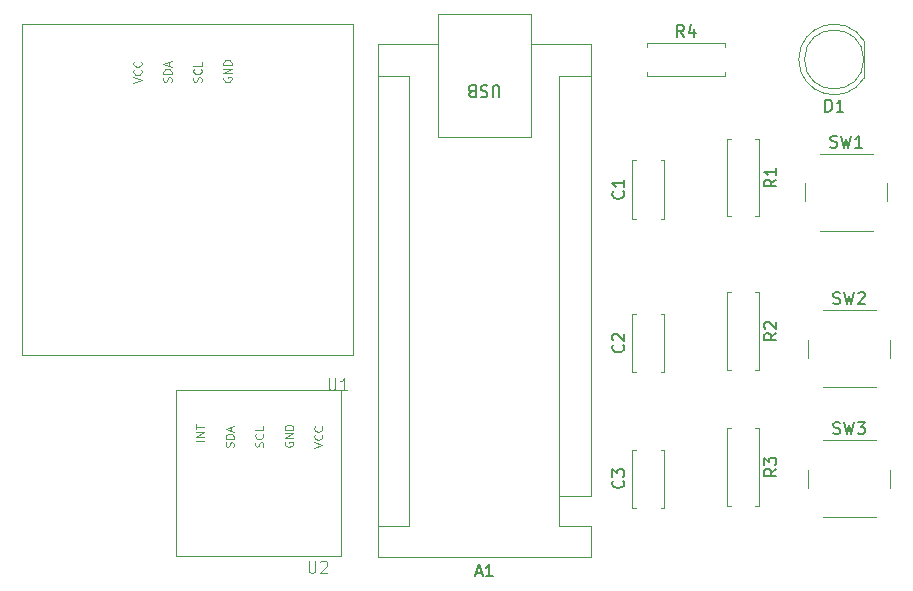
<source format=gbr>
%TF.GenerationSoftware,KiCad,Pcbnew,9.0.1*%
%TF.CreationDate,2025-04-21T23:45:21+05:30*%
%TF.ProjectId,L-1,4c2d312e-6b69-4636-9164-5f7063625858,rev?*%
%TF.SameCoordinates,Original*%
%TF.FileFunction,Legend,Top*%
%TF.FilePolarity,Positive*%
%FSLAX46Y46*%
G04 Gerber Fmt 4.6, Leading zero omitted, Abs format (unit mm)*
G04 Created by KiCad (PCBNEW 9.0.1) date 2025-04-21 23:45:21*
%MOMM*%
%LPD*%
G01*
G04 APERTURE LIST*
%ADD10C,0.150000*%
%ADD11C,0.100000*%
%ADD12C,0.120000*%
G04 APERTURE END LIST*
D10*
X140991905Y-66414819D02*
X140991905Y-65414819D01*
X140991905Y-65414819D02*
X141230000Y-65414819D01*
X141230000Y-65414819D02*
X141372857Y-65462438D01*
X141372857Y-65462438D02*
X141468095Y-65557676D01*
X141468095Y-65557676D02*
X141515714Y-65652914D01*
X141515714Y-65652914D02*
X141563333Y-65843390D01*
X141563333Y-65843390D02*
X141563333Y-65986247D01*
X141563333Y-65986247D02*
X141515714Y-66176723D01*
X141515714Y-66176723D02*
X141468095Y-66271961D01*
X141468095Y-66271961D02*
X141372857Y-66367200D01*
X141372857Y-66367200D02*
X141230000Y-66414819D01*
X141230000Y-66414819D02*
X140991905Y-66414819D01*
X142515714Y-66414819D02*
X141944286Y-66414819D01*
X142230000Y-66414819D02*
X142230000Y-65414819D01*
X142230000Y-65414819D02*
X142134762Y-65557676D01*
X142134762Y-65557676D02*
X142039524Y-65652914D01*
X142039524Y-65652914D02*
X141944286Y-65700533D01*
X123859580Y-86166666D02*
X123907200Y-86214285D01*
X123907200Y-86214285D02*
X123954819Y-86357142D01*
X123954819Y-86357142D02*
X123954819Y-86452380D01*
X123954819Y-86452380D02*
X123907200Y-86595237D01*
X123907200Y-86595237D02*
X123811961Y-86690475D01*
X123811961Y-86690475D02*
X123716723Y-86738094D01*
X123716723Y-86738094D02*
X123526247Y-86785713D01*
X123526247Y-86785713D02*
X123383390Y-86785713D01*
X123383390Y-86785713D02*
X123192914Y-86738094D01*
X123192914Y-86738094D02*
X123097676Y-86690475D01*
X123097676Y-86690475D02*
X123002438Y-86595237D01*
X123002438Y-86595237D02*
X122954819Y-86452380D01*
X122954819Y-86452380D02*
X122954819Y-86357142D01*
X122954819Y-86357142D02*
X123002438Y-86214285D01*
X123002438Y-86214285D02*
X123050057Y-86166666D01*
X123050057Y-85785713D02*
X123002438Y-85738094D01*
X123002438Y-85738094D02*
X122954819Y-85642856D01*
X122954819Y-85642856D02*
X122954819Y-85404761D01*
X122954819Y-85404761D02*
X123002438Y-85309523D01*
X123002438Y-85309523D02*
X123050057Y-85261904D01*
X123050057Y-85261904D02*
X123145295Y-85214285D01*
X123145295Y-85214285D02*
X123240533Y-85214285D01*
X123240533Y-85214285D02*
X123383390Y-85261904D01*
X123383390Y-85261904D02*
X123954819Y-85833332D01*
X123954819Y-85833332D02*
X123954819Y-85214285D01*
D11*
X98938095Y-88967419D02*
X98938095Y-89776942D01*
X98938095Y-89776942D02*
X98985714Y-89872180D01*
X98985714Y-89872180D02*
X99033333Y-89919800D01*
X99033333Y-89919800D02*
X99128571Y-89967419D01*
X99128571Y-89967419D02*
X99319047Y-89967419D01*
X99319047Y-89967419D02*
X99414285Y-89919800D01*
X99414285Y-89919800D02*
X99461904Y-89872180D01*
X99461904Y-89872180D02*
X99509523Y-89776942D01*
X99509523Y-89776942D02*
X99509523Y-88967419D01*
X100509523Y-89967419D02*
X99938095Y-89967419D01*
X100223809Y-89967419D02*
X100223809Y-88967419D01*
X100223809Y-88967419D02*
X100128571Y-89110276D01*
X100128571Y-89110276D02*
X100033333Y-89205514D01*
X100033333Y-89205514D02*
X99938095Y-89253133D01*
X85605800Y-63910877D02*
X85639133Y-63810877D01*
X85639133Y-63810877D02*
X85639133Y-63644211D01*
X85639133Y-63644211D02*
X85605800Y-63577544D01*
X85605800Y-63577544D02*
X85572466Y-63544211D01*
X85572466Y-63544211D02*
X85505800Y-63510877D01*
X85505800Y-63510877D02*
X85439133Y-63510877D01*
X85439133Y-63510877D02*
X85372466Y-63544211D01*
X85372466Y-63544211D02*
X85339133Y-63577544D01*
X85339133Y-63577544D02*
X85305800Y-63644211D01*
X85305800Y-63644211D02*
X85272466Y-63777544D01*
X85272466Y-63777544D02*
X85239133Y-63844211D01*
X85239133Y-63844211D02*
X85205800Y-63877544D01*
X85205800Y-63877544D02*
X85139133Y-63910877D01*
X85139133Y-63910877D02*
X85072466Y-63910877D01*
X85072466Y-63910877D02*
X85005800Y-63877544D01*
X85005800Y-63877544D02*
X84972466Y-63844211D01*
X84972466Y-63844211D02*
X84939133Y-63777544D01*
X84939133Y-63777544D02*
X84939133Y-63610877D01*
X84939133Y-63610877D02*
X84972466Y-63510877D01*
X85639133Y-63210877D02*
X84939133Y-63210877D01*
X84939133Y-63210877D02*
X84939133Y-63044210D01*
X84939133Y-63044210D02*
X84972466Y-62944210D01*
X84972466Y-62944210D02*
X85039133Y-62877544D01*
X85039133Y-62877544D02*
X85105800Y-62844210D01*
X85105800Y-62844210D02*
X85239133Y-62810877D01*
X85239133Y-62810877D02*
X85339133Y-62810877D01*
X85339133Y-62810877D02*
X85472466Y-62844210D01*
X85472466Y-62844210D02*
X85539133Y-62877544D01*
X85539133Y-62877544D02*
X85605800Y-62944210D01*
X85605800Y-62944210D02*
X85639133Y-63044210D01*
X85639133Y-63044210D02*
X85639133Y-63210877D01*
X85439133Y-62544210D02*
X85439133Y-62210877D01*
X85639133Y-62610877D02*
X84939133Y-62377544D01*
X84939133Y-62377544D02*
X85639133Y-62144210D01*
X90052466Y-63510877D02*
X90019133Y-63577544D01*
X90019133Y-63577544D02*
X90019133Y-63677544D01*
X90019133Y-63677544D02*
X90052466Y-63777544D01*
X90052466Y-63777544D02*
X90119133Y-63844211D01*
X90119133Y-63844211D02*
X90185800Y-63877544D01*
X90185800Y-63877544D02*
X90319133Y-63910877D01*
X90319133Y-63910877D02*
X90419133Y-63910877D01*
X90419133Y-63910877D02*
X90552466Y-63877544D01*
X90552466Y-63877544D02*
X90619133Y-63844211D01*
X90619133Y-63844211D02*
X90685800Y-63777544D01*
X90685800Y-63777544D02*
X90719133Y-63677544D01*
X90719133Y-63677544D02*
X90719133Y-63610877D01*
X90719133Y-63610877D02*
X90685800Y-63510877D01*
X90685800Y-63510877D02*
X90652466Y-63477544D01*
X90652466Y-63477544D02*
X90419133Y-63477544D01*
X90419133Y-63477544D02*
X90419133Y-63610877D01*
X90719133Y-63177544D02*
X90019133Y-63177544D01*
X90019133Y-63177544D02*
X90719133Y-62777544D01*
X90719133Y-62777544D02*
X90019133Y-62777544D01*
X90719133Y-62444211D02*
X90019133Y-62444211D01*
X90019133Y-62444211D02*
X90019133Y-62277544D01*
X90019133Y-62277544D02*
X90052466Y-62177544D01*
X90052466Y-62177544D02*
X90119133Y-62110878D01*
X90119133Y-62110878D02*
X90185800Y-62077544D01*
X90185800Y-62077544D02*
X90319133Y-62044211D01*
X90319133Y-62044211D02*
X90419133Y-62044211D01*
X90419133Y-62044211D02*
X90552466Y-62077544D01*
X90552466Y-62077544D02*
X90619133Y-62110878D01*
X90619133Y-62110878D02*
X90685800Y-62177544D01*
X90685800Y-62177544D02*
X90719133Y-62277544D01*
X90719133Y-62277544D02*
X90719133Y-62444211D01*
X82399133Y-63977544D02*
X83099133Y-63744211D01*
X83099133Y-63744211D02*
X82399133Y-63510877D01*
X83032466Y-62877544D02*
X83065800Y-62910877D01*
X83065800Y-62910877D02*
X83099133Y-63010877D01*
X83099133Y-63010877D02*
X83099133Y-63077544D01*
X83099133Y-63077544D02*
X83065800Y-63177544D01*
X83065800Y-63177544D02*
X82999133Y-63244211D01*
X82999133Y-63244211D02*
X82932466Y-63277544D01*
X82932466Y-63277544D02*
X82799133Y-63310877D01*
X82799133Y-63310877D02*
X82699133Y-63310877D01*
X82699133Y-63310877D02*
X82565800Y-63277544D01*
X82565800Y-63277544D02*
X82499133Y-63244211D01*
X82499133Y-63244211D02*
X82432466Y-63177544D01*
X82432466Y-63177544D02*
X82399133Y-63077544D01*
X82399133Y-63077544D02*
X82399133Y-63010877D01*
X82399133Y-63010877D02*
X82432466Y-62910877D01*
X82432466Y-62910877D02*
X82465800Y-62877544D01*
X83032466Y-62177544D02*
X83065800Y-62210877D01*
X83065800Y-62210877D02*
X83099133Y-62310877D01*
X83099133Y-62310877D02*
X83099133Y-62377544D01*
X83099133Y-62377544D02*
X83065800Y-62477544D01*
X83065800Y-62477544D02*
X82999133Y-62544211D01*
X82999133Y-62544211D02*
X82932466Y-62577544D01*
X82932466Y-62577544D02*
X82799133Y-62610877D01*
X82799133Y-62610877D02*
X82699133Y-62610877D01*
X82699133Y-62610877D02*
X82565800Y-62577544D01*
X82565800Y-62577544D02*
X82499133Y-62544211D01*
X82499133Y-62544211D02*
X82432466Y-62477544D01*
X82432466Y-62477544D02*
X82399133Y-62377544D01*
X82399133Y-62377544D02*
X82399133Y-62310877D01*
X82399133Y-62310877D02*
X82432466Y-62210877D01*
X82432466Y-62210877D02*
X82465800Y-62177544D01*
X88145800Y-63910877D02*
X88179133Y-63810877D01*
X88179133Y-63810877D02*
X88179133Y-63644211D01*
X88179133Y-63644211D02*
X88145800Y-63577544D01*
X88145800Y-63577544D02*
X88112466Y-63544211D01*
X88112466Y-63544211D02*
X88045800Y-63510877D01*
X88045800Y-63510877D02*
X87979133Y-63510877D01*
X87979133Y-63510877D02*
X87912466Y-63544211D01*
X87912466Y-63544211D02*
X87879133Y-63577544D01*
X87879133Y-63577544D02*
X87845800Y-63644211D01*
X87845800Y-63644211D02*
X87812466Y-63777544D01*
X87812466Y-63777544D02*
X87779133Y-63844211D01*
X87779133Y-63844211D02*
X87745800Y-63877544D01*
X87745800Y-63877544D02*
X87679133Y-63910877D01*
X87679133Y-63910877D02*
X87612466Y-63910877D01*
X87612466Y-63910877D02*
X87545800Y-63877544D01*
X87545800Y-63877544D02*
X87512466Y-63844211D01*
X87512466Y-63844211D02*
X87479133Y-63777544D01*
X87479133Y-63777544D02*
X87479133Y-63610877D01*
X87479133Y-63610877D02*
X87512466Y-63510877D01*
X88112466Y-62810877D02*
X88145800Y-62844210D01*
X88145800Y-62844210D02*
X88179133Y-62944210D01*
X88179133Y-62944210D02*
X88179133Y-63010877D01*
X88179133Y-63010877D02*
X88145800Y-63110877D01*
X88145800Y-63110877D02*
X88079133Y-63177544D01*
X88079133Y-63177544D02*
X88012466Y-63210877D01*
X88012466Y-63210877D02*
X87879133Y-63244210D01*
X87879133Y-63244210D02*
X87779133Y-63244210D01*
X87779133Y-63244210D02*
X87645800Y-63210877D01*
X87645800Y-63210877D02*
X87579133Y-63177544D01*
X87579133Y-63177544D02*
X87512466Y-63110877D01*
X87512466Y-63110877D02*
X87479133Y-63010877D01*
X87479133Y-63010877D02*
X87479133Y-62944210D01*
X87479133Y-62944210D02*
X87512466Y-62844210D01*
X87512466Y-62844210D02*
X87545800Y-62810877D01*
X88179133Y-62177544D02*
X88179133Y-62510877D01*
X88179133Y-62510877D02*
X87479133Y-62510877D01*
X97238095Y-104457419D02*
X97238095Y-105266942D01*
X97238095Y-105266942D02*
X97285714Y-105362180D01*
X97285714Y-105362180D02*
X97333333Y-105409800D01*
X97333333Y-105409800D02*
X97428571Y-105457419D01*
X97428571Y-105457419D02*
X97619047Y-105457419D01*
X97619047Y-105457419D02*
X97714285Y-105409800D01*
X97714285Y-105409800D02*
X97761904Y-105362180D01*
X97761904Y-105362180D02*
X97809523Y-105266942D01*
X97809523Y-105266942D02*
X97809523Y-104457419D01*
X98238095Y-104552657D02*
X98285714Y-104505038D01*
X98285714Y-104505038D02*
X98380952Y-104457419D01*
X98380952Y-104457419D02*
X98619047Y-104457419D01*
X98619047Y-104457419D02*
X98714285Y-104505038D01*
X98714285Y-104505038D02*
X98761904Y-104552657D01*
X98761904Y-104552657D02*
X98809523Y-104647895D01*
X98809523Y-104647895D02*
X98809523Y-104743133D01*
X98809523Y-104743133D02*
X98761904Y-104885990D01*
X98761904Y-104885990D02*
X98190476Y-105457419D01*
X98190476Y-105457419D02*
X98809523Y-105457419D01*
X95242466Y-94400877D02*
X95209133Y-94467544D01*
X95209133Y-94467544D02*
X95209133Y-94567544D01*
X95209133Y-94567544D02*
X95242466Y-94667544D01*
X95242466Y-94667544D02*
X95309133Y-94734211D01*
X95309133Y-94734211D02*
X95375800Y-94767544D01*
X95375800Y-94767544D02*
X95509133Y-94800877D01*
X95509133Y-94800877D02*
X95609133Y-94800877D01*
X95609133Y-94800877D02*
X95742466Y-94767544D01*
X95742466Y-94767544D02*
X95809133Y-94734211D01*
X95809133Y-94734211D02*
X95875800Y-94667544D01*
X95875800Y-94667544D02*
X95909133Y-94567544D01*
X95909133Y-94567544D02*
X95909133Y-94500877D01*
X95909133Y-94500877D02*
X95875800Y-94400877D01*
X95875800Y-94400877D02*
X95842466Y-94367544D01*
X95842466Y-94367544D02*
X95609133Y-94367544D01*
X95609133Y-94367544D02*
X95609133Y-94500877D01*
X95909133Y-94067544D02*
X95209133Y-94067544D01*
X95209133Y-94067544D02*
X95909133Y-93667544D01*
X95909133Y-93667544D02*
X95209133Y-93667544D01*
X95909133Y-93334211D02*
X95209133Y-93334211D01*
X95209133Y-93334211D02*
X95209133Y-93167544D01*
X95209133Y-93167544D02*
X95242466Y-93067544D01*
X95242466Y-93067544D02*
X95309133Y-93000878D01*
X95309133Y-93000878D02*
X95375800Y-92967544D01*
X95375800Y-92967544D02*
X95509133Y-92934211D01*
X95509133Y-92934211D02*
X95609133Y-92934211D01*
X95609133Y-92934211D02*
X95742466Y-92967544D01*
X95742466Y-92967544D02*
X95809133Y-93000878D01*
X95809133Y-93000878D02*
X95875800Y-93067544D01*
X95875800Y-93067544D02*
X95909133Y-93167544D01*
X95909133Y-93167544D02*
X95909133Y-93334211D01*
X88409133Y-94267544D02*
X87709133Y-94267544D01*
X88409133Y-93934211D02*
X87709133Y-93934211D01*
X87709133Y-93934211D02*
X88409133Y-93534211D01*
X88409133Y-93534211D02*
X87709133Y-93534211D01*
X87709133Y-93300878D02*
X87709133Y-92900878D01*
X88409133Y-93100878D02*
X87709133Y-93100878D01*
X90875800Y-94800877D02*
X90909133Y-94700877D01*
X90909133Y-94700877D02*
X90909133Y-94534211D01*
X90909133Y-94534211D02*
X90875800Y-94467544D01*
X90875800Y-94467544D02*
X90842466Y-94434211D01*
X90842466Y-94434211D02*
X90775800Y-94400877D01*
X90775800Y-94400877D02*
X90709133Y-94400877D01*
X90709133Y-94400877D02*
X90642466Y-94434211D01*
X90642466Y-94434211D02*
X90609133Y-94467544D01*
X90609133Y-94467544D02*
X90575800Y-94534211D01*
X90575800Y-94534211D02*
X90542466Y-94667544D01*
X90542466Y-94667544D02*
X90509133Y-94734211D01*
X90509133Y-94734211D02*
X90475800Y-94767544D01*
X90475800Y-94767544D02*
X90409133Y-94800877D01*
X90409133Y-94800877D02*
X90342466Y-94800877D01*
X90342466Y-94800877D02*
X90275800Y-94767544D01*
X90275800Y-94767544D02*
X90242466Y-94734211D01*
X90242466Y-94734211D02*
X90209133Y-94667544D01*
X90209133Y-94667544D02*
X90209133Y-94500877D01*
X90209133Y-94500877D02*
X90242466Y-94400877D01*
X90909133Y-94100877D02*
X90209133Y-94100877D01*
X90209133Y-94100877D02*
X90209133Y-93934210D01*
X90209133Y-93934210D02*
X90242466Y-93834210D01*
X90242466Y-93834210D02*
X90309133Y-93767544D01*
X90309133Y-93767544D02*
X90375800Y-93734210D01*
X90375800Y-93734210D02*
X90509133Y-93700877D01*
X90509133Y-93700877D02*
X90609133Y-93700877D01*
X90609133Y-93700877D02*
X90742466Y-93734210D01*
X90742466Y-93734210D02*
X90809133Y-93767544D01*
X90809133Y-93767544D02*
X90875800Y-93834210D01*
X90875800Y-93834210D02*
X90909133Y-93934210D01*
X90909133Y-93934210D02*
X90909133Y-94100877D01*
X90709133Y-93434210D02*
X90709133Y-93100877D01*
X90909133Y-93500877D02*
X90209133Y-93267544D01*
X90209133Y-93267544D02*
X90909133Y-93034210D01*
X97709133Y-94867544D02*
X98409133Y-94634211D01*
X98409133Y-94634211D02*
X97709133Y-94400877D01*
X98342466Y-93767544D02*
X98375800Y-93800877D01*
X98375800Y-93800877D02*
X98409133Y-93900877D01*
X98409133Y-93900877D02*
X98409133Y-93967544D01*
X98409133Y-93967544D02*
X98375800Y-94067544D01*
X98375800Y-94067544D02*
X98309133Y-94134211D01*
X98309133Y-94134211D02*
X98242466Y-94167544D01*
X98242466Y-94167544D02*
X98109133Y-94200877D01*
X98109133Y-94200877D02*
X98009133Y-94200877D01*
X98009133Y-94200877D02*
X97875800Y-94167544D01*
X97875800Y-94167544D02*
X97809133Y-94134211D01*
X97809133Y-94134211D02*
X97742466Y-94067544D01*
X97742466Y-94067544D02*
X97709133Y-93967544D01*
X97709133Y-93967544D02*
X97709133Y-93900877D01*
X97709133Y-93900877D02*
X97742466Y-93800877D01*
X97742466Y-93800877D02*
X97775800Y-93767544D01*
X98342466Y-93067544D02*
X98375800Y-93100877D01*
X98375800Y-93100877D02*
X98409133Y-93200877D01*
X98409133Y-93200877D02*
X98409133Y-93267544D01*
X98409133Y-93267544D02*
X98375800Y-93367544D01*
X98375800Y-93367544D02*
X98309133Y-93434211D01*
X98309133Y-93434211D02*
X98242466Y-93467544D01*
X98242466Y-93467544D02*
X98109133Y-93500877D01*
X98109133Y-93500877D02*
X98009133Y-93500877D01*
X98009133Y-93500877D02*
X97875800Y-93467544D01*
X97875800Y-93467544D02*
X97809133Y-93434211D01*
X97809133Y-93434211D02*
X97742466Y-93367544D01*
X97742466Y-93367544D02*
X97709133Y-93267544D01*
X97709133Y-93267544D02*
X97709133Y-93200877D01*
X97709133Y-93200877D02*
X97742466Y-93100877D01*
X97742466Y-93100877D02*
X97775800Y-93067544D01*
X93375800Y-94800877D02*
X93409133Y-94700877D01*
X93409133Y-94700877D02*
X93409133Y-94534211D01*
X93409133Y-94534211D02*
X93375800Y-94467544D01*
X93375800Y-94467544D02*
X93342466Y-94434211D01*
X93342466Y-94434211D02*
X93275800Y-94400877D01*
X93275800Y-94400877D02*
X93209133Y-94400877D01*
X93209133Y-94400877D02*
X93142466Y-94434211D01*
X93142466Y-94434211D02*
X93109133Y-94467544D01*
X93109133Y-94467544D02*
X93075800Y-94534211D01*
X93075800Y-94534211D02*
X93042466Y-94667544D01*
X93042466Y-94667544D02*
X93009133Y-94734211D01*
X93009133Y-94734211D02*
X92975800Y-94767544D01*
X92975800Y-94767544D02*
X92909133Y-94800877D01*
X92909133Y-94800877D02*
X92842466Y-94800877D01*
X92842466Y-94800877D02*
X92775800Y-94767544D01*
X92775800Y-94767544D02*
X92742466Y-94734211D01*
X92742466Y-94734211D02*
X92709133Y-94667544D01*
X92709133Y-94667544D02*
X92709133Y-94500877D01*
X92709133Y-94500877D02*
X92742466Y-94400877D01*
X93342466Y-93700877D02*
X93375800Y-93734210D01*
X93375800Y-93734210D02*
X93409133Y-93834210D01*
X93409133Y-93834210D02*
X93409133Y-93900877D01*
X93409133Y-93900877D02*
X93375800Y-94000877D01*
X93375800Y-94000877D02*
X93309133Y-94067544D01*
X93309133Y-94067544D02*
X93242466Y-94100877D01*
X93242466Y-94100877D02*
X93109133Y-94134210D01*
X93109133Y-94134210D02*
X93009133Y-94134210D01*
X93009133Y-94134210D02*
X92875800Y-94100877D01*
X92875800Y-94100877D02*
X92809133Y-94067544D01*
X92809133Y-94067544D02*
X92742466Y-94000877D01*
X92742466Y-94000877D02*
X92709133Y-93900877D01*
X92709133Y-93900877D02*
X92709133Y-93834210D01*
X92709133Y-93834210D02*
X92742466Y-93734210D01*
X92742466Y-93734210D02*
X92775800Y-93700877D01*
X93409133Y-93067544D02*
X93409133Y-93400877D01*
X93409133Y-93400877D02*
X92709133Y-93400877D01*
D10*
X141666667Y-93657200D02*
X141809524Y-93704819D01*
X141809524Y-93704819D02*
X142047619Y-93704819D01*
X142047619Y-93704819D02*
X142142857Y-93657200D01*
X142142857Y-93657200D02*
X142190476Y-93609580D01*
X142190476Y-93609580D02*
X142238095Y-93514342D01*
X142238095Y-93514342D02*
X142238095Y-93419104D01*
X142238095Y-93419104D02*
X142190476Y-93323866D01*
X142190476Y-93323866D02*
X142142857Y-93276247D01*
X142142857Y-93276247D02*
X142047619Y-93228628D01*
X142047619Y-93228628D02*
X141857143Y-93181009D01*
X141857143Y-93181009D02*
X141761905Y-93133390D01*
X141761905Y-93133390D02*
X141714286Y-93085771D01*
X141714286Y-93085771D02*
X141666667Y-92990533D01*
X141666667Y-92990533D02*
X141666667Y-92895295D01*
X141666667Y-92895295D02*
X141714286Y-92800057D01*
X141714286Y-92800057D02*
X141761905Y-92752438D01*
X141761905Y-92752438D02*
X141857143Y-92704819D01*
X141857143Y-92704819D02*
X142095238Y-92704819D01*
X142095238Y-92704819D02*
X142238095Y-92752438D01*
X142571429Y-92704819D02*
X142809524Y-93704819D01*
X142809524Y-93704819D02*
X143000000Y-92990533D01*
X143000000Y-92990533D02*
X143190476Y-93704819D01*
X143190476Y-93704819D02*
X143428572Y-92704819D01*
X143714286Y-92704819D02*
X144333333Y-92704819D01*
X144333333Y-92704819D02*
X144000000Y-93085771D01*
X144000000Y-93085771D02*
X144142857Y-93085771D01*
X144142857Y-93085771D02*
X144238095Y-93133390D01*
X144238095Y-93133390D02*
X144285714Y-93181009D01*
X144285714Y-93181009D02*
X144333333Y-93276247D01*
X144333333Y-93276247D02*
X144333333Y-93514342D01*
X144333333Y-93514342D02*
X144285714Y-93609580D01*
X144285714Y-93609580D02*
X144238095Y-93657200D01*
X144238095Y-93657200D02*
X144142857Y-93704819D01*
X144142857Y-93704819D02*
X143857143Y-93704819D01*
X143857143Y-93704819D02*
X143761905Y-93657200D01*
X143761905Y-93657200D02*
X143714286Y-93609580D01*
X141666667Y-82657200D02*
X141809524Y-82704819D01*
X141809524Y-82704819D02*
X142047619Y-82704819D01*
X142047619Y-82704819D02*
X142142857Y-82657200D01*
X142142857Y-82657200D02*
X142190476Y-82609580D01*
X142190476Y-82609580D02*
X142238095Y-82514342D01*
X142238095Y-82514342D02*
X142238095Y-82419104D01*
X142238095Y-82419104D02*
X142190476Y-82323866D01*
X142190476Y-82323866D02*
X142142857Y-82276247D01*
X142142857Y-82276247D02*
X142047619Y-82228628D01*
X142047619Y-82228628D02*
X141857143Y-82181009D01*
X141857143Y-82181009D02*
X141761905Y-82133390D01*
X141761905Y-82133390D02*
X141714286Y-82085771D01*
X141714286Y-82085771D02*
X141666667Y-81990533D01*
X141666667Y-81990533D02*
X141666667Y-81895295D01*
X141666667Y-81895295D02*
X141714286Y-81800057D01*
X141714286Y-81800057D02*
X141761905Y-81752438D01*
X141761905Y-81752438D02*
X141857143Y-81704819D01*
X141857143Y-81704819D02*
X142095238Y-81704819D01*
X142095238Y-81704819D02*
X142238095Y-81752438D01*
X142571429Y-81704819D02*
X142809524Y-82704819D01*
X142809524Y-82704819D02*
X143000000Y-81990533D01*
X143000000Y-81990533D02*
X143190476Y-82704819D01*
X143190476Y-82704819D02*
X143428572Y-81704819D01*
X143761905Y-81800057D02*
X143809524Y-81752438D01*
X143809524Y-81752438D02*
X143904762Y-81704819D01*
X143904762Y-81704819D02*
X144142857Y-81704819D01*
X144142857Y-81704819D02*
X144238095Y-81752438D01*
X144238095Y-81752438D02*
X144285714Y-81800057D01*
X144285714Y-81800057D02*
X144333333Y-81895295D01*
X144333333Y-81895295D02*
X144333333Y-81990533D01*
X144333333Y-81990533D02*
X144285714Y-82133390D01*
X144285714Y-82133390D02*
X143714286Y-82704819D01*
X143714286Y-82704819D02*
X144333333Y-82704819D01*
X141416667Y-69407200D02*
X141559524Y-69454819D01*
X141559524Y-69454819D02*
X141797619Y-69454819D01*
X141797619Y-69454819D02*
X141892857Y-69407200D01*
X141892857Y-69407200D02*
X141940476Y-69359580D01*
X141940476Y-69359580D02*
X141988095Y-69264342D01*
X141988095Y-69264342D02*
X141988095Y-69169104D01*
X141988095Y-69169104D02*
X141940476Y-69073866D01*
X141940476Y-69073866D02*
X141892857Y-69026247D01*
X141892857Y-69026247D02*
X141797619Y-68978628D01*
X141797619Y-68978628D02*
X141607143Y-68931009D01*
X141607143Y-68931009D02*
X141511905Y-68883390D01*
X141511905Y-68883390D02*
X141464286Y-68835771D01*
X141464286Y-68835771D02*
X141416667Y-68740533D01*
X141416667Y-68740533D02*
X141416667Y-68645295D01*
X141416667Y-68645295D02*
X141464286Y-68550057D01*
X141464286Y-68550057D02*
X141511905Y-68502438D01*
X141511905Y-68502438D02*
X141607143Y-68454819D01*
X141607143Y-68454819D02*
X141845238Y-68454819D01*
X141845238Y-68454819D02*
X141988095Y-68502438D01*
X142321429Y-68454819D02*
X142559524Y-69454819D01*
X142559524Y-69454819D02*
X142750000Y-68740533D01*
X142750000Y-68740533D02*
X142940476Y-69454819D01*
X142940476Y-69454819D02*
X143178572Y-68454819D01*
X144083333Y-69454819D02*
X143511905Y-69454819D01*
X143797619Y-69454819D02*
X143797619Y-68454819D01*
X143797619Y-68454819D02*
X143702381Y-68597676D01*
X143702381Y-68597676D02*
X143607143Y-68692914D01*
X143607143Y-68692914D02*
X143511905Y-68740533D01*
X129023333Y-60084819D02*
X128690000Y-59608628D01*
X128451905Y-60084819D02*
X128451905Y-59084819D01*
X128451905Y-59084819D02*
X128832857Y-59084819D01*
X128832857Y-59084819D02*
X128928095Y-59132438D01*
X128928095Y-59132438D02*
X128975714Y-59180057D01*
X128975714Y-59180057D02*
X129023333Y-59275295D01*
X129023333Y-59275295D02*
X129023333Y-59418152D01*
X129023333Y-59418152D02*
X128975714Y-59513390D01*
X128975714Y-59513390D02*
X128928095Y-59561009D01*
X128928095Y-59561009D02*
X128832857Y-59608628D01*
X128832857Y-59608628D02*
X128451905Y-59608628D01*
X129880476Y-59418152D02*
X129880476Y-60084819D01*
X129642381Y-59037200D02*
X129404286Y-59751485D01*
X129404286Y-59751485D02*
X130023333Y-59751485D01*
X136824819Y-96666666D02*
X136348628Y-96999999D01*
X136824819Y-97238094D02*
X135824819Y-97238094D01*
X135824819Y-97238094D02*
X135824819Y-96857142D01*
X135824819Y-96857142D02*
X135872438Y-96761904D01*
X135872438Y-96761904D02*
X135920057Y-96714285D01*
X135920057Y-96714285D02*
X136015295Y-96666666D01*
X136015295Y-96666666D02*
X136158152Y-96666666D01*
X136158152Y-96666666D02*
X136253390Y-96714285D01*
X136253390Y-96714285D02*
X136301009Y-96761904D01*
X136301009Y-96761904D02*
X136348628Y-96857142D01*
X136348628Y-96857142D02*
X136348628Y-97238094D01*
X135824819Y-96333332D02*
X135824819Y-95714285D01*
X135824819Y-95714285D02*
X136205771Y-96047618D01*
X136205771Y-96047618D02*
X136205771Y-95904761D01*
X136205771Y-95904761D02*
X136253390Y-95809523D01*
X136253390Y-95809523D02*
X136301009Y-95761904D01*
X136301009Y-95761904D02*
X136396247Y-95714285D01*
X136396247Y-95714285D02*
X136634342Y-95714285D01*
X136634342Y-95714285D02*
X136729580Y-95761904D01*
X136729580Y-95761904D02*
X136777200Y-95809523D01*
X136777200Y-95809523D02*
X136824819Y-95904761D01*
X136824819Y-95904761D02*
X136824819Y-96190475D01*
X136824819Y-96190475D02*
X136777200Y-96285713D01*
X136777200Y-96285713D02*
X136729580Y-96333332D01*
X136824819Y-85166666D02*
X136348628Y-85499999D01*
X136824819Y-85738094D02*
X135824819Y-85738094D01*
X135824819Y-85738094D02*
X135824819Y-85357142D01*
X135824819Y-85357142D02*
X135872438Y-85261904D01*
X135872438Y-85261904D02*
X135920057Y-85214285D01*
X135920057Y-85214285D02*
X136015295Y-85166666D01*
X136015295Y-85166666D02*
X136158152Y-85166666D01*
X136158152Y-85166666D02*
X136253390Y-85214285D01*
X136253390Y-85214285D02*
X136301009Y-85261904D01*
X136301009Y-85261904D02*
X136348628Y-85357142D01*
X136348628Y-85357142D02*
X136348628Y-85738094D01*
X135920057Y-84785713D02*
X135872438Y-84738094D01*
X135872438Y-84738094D02*
X135824819Y-84642856D01*
X135824819Y-84642856D02*
X135824819Y-84404761D01*
X135824819Y-84404761D02*
X135872438Y-84309523D01*
X135872438Y-84309523D02*
X135920057Y-84261904D01*
X135920057Y-84261904D02*
X136015295Y-84214285D01*
X136015295Y-84214285D02*
X136110533Y-84214285D01*
X136110533Y-84214285D02*
X136253390Y-84261904D01*
X136253390Y-84261904D02*
X136824819Y-84833332D01*
X136824819Y-84833332D02*
X136824819Y-84214285D01*
X136824819Y-72166666D02*
X136348628Y-72499999D01*
X136824819Y-72738094D02*
X135824819Y-72738094D01*
X135824819Y-72738094D02*
X135824819Y-72357142D01*
X135824819Y-72357142D02*
X135872438Y-72261904D01*
X135872438Y-72261904D02*
X135920057Y-72214285D01*
X135920057Y-72214285D02*
X136015295Y-72166666D01*
X136015295Y-72166666D02*
X136158152Y-72166666D01*
X136158152Y-72166666D02*
X136253390Y-72214285D01*
X136253390Y-72214285D02*
X136301009Y-72261904D01*
X136301009Y-72261904D02*
X136348628Y-72357142D01*
X136348628Y-72357142D02*
X136348628Y-72738094D01*
X136824819Y-71214285D02*
X136824819Y-71785713D01*
X136824819Y-71499999D02*
X135824819Y-71499999D01*
X135824819Y-71499999D02*
X135967676Y-71595237D01*
X135967676Y-71595237D02*
X136062914Y-71690475D01*
X136062914Y-71690475D02*
X136110533Y-71785713D01*
X123859580Y-97666666D02*
X123907200Y-97714285D01*
X123907200Y-97714285D02*
X123954819Y-97857142D01*
X123954819Y-97857142D02*
X123954819Y-97952380D01*
X123954819Y-97952380D02*
X123907200Y-98095237D01*
X123907200Y-98095237D02*
X123811961Y-98190475D01*
X123811961Y-98190475D02*
X123716723Y-98238094D01*
X123716723Y-98238094D02*
X123526247Y-98285713D01*
X123526247Y-98285713D02*
X123383390Y-98285713D01*
X123383390Y-98285713D02*
X123192914Y-98238094D01*
X123192914Y-98238094D02*
X123097676Y-98190475D01*
X123097676Y-98190475D02*
X123002438Y-98095237D01*
X123002438Y-98095237D02*
X122954819Y-97952380D01*
X122954819Y-97952380D02*
X122954819Y-97857142D01*
X122954819Y-97857142D02*
X123002438Y-97714285D01*
X123002438Y-97714285D02*
X123050057Y-97666666D01*
X122954819Y-97333332D02*
X122954819Y-96714285D01*
X122954819Y-96714285D02*
X123335771Y-97047618D01*
X123335771Y-97047618D02*
X123335771Y-96904761D01*
X123335771Y-96904761D02*
X123383390Y-96809523D01*
X123383390Y-96809523D02*
X123431009Y-96761904D01*
X123431009Y-96761904D02*
X123526247Y-96714285D01*
X123526247Y-96714285D02*
X123764342Y-96714285D01*
X123764342Y-96714285D02*
X123859580Y-96761904D01*
X123859580Y-96761904D02*
X123907200Y-96809523D01*
X123907200Y-96809523D02*
X123954819Y-96904761D01*
X123954819Y-96904761D02*
X123954819Y-97190475D01*
X123954819Y-97190475D02*
X123907200Y-97285713D01*
X123907200Y-97285713D02*
X123859580Y-97333332D01*
X123859580Y-73166666D02*
X123907200Y-73214285D01*
X123907200Y-73214285D02*
X123954819Y-73357142D01*
X123954819Y-73357142D02*
X123954819Y-73452380D01*
X123954819Y-73452380D02*
X123907200Y-73595237D01*
X123907200Y-73595237D02*
X123811961Y-73690475D01*
X123811961Y-73690475D02*
X123716723Y-73738094D01*
X123716723Y-73738094D02*
X123526247Y-73785713D01*
X123526247Y-73785713D02*
X123383390Y-73785713D01*
X123383390Y-73785713D02*
X123192914Y-73738094D01*
X123192914Y-73738094D02*
X123097676Y-73690475D01*
X123097676Y-73690475D02*
X123002438Y-73595237D01*
X123002438Y-73595237D02*
X122954819Y-73452380D01*
X122954819Y-73452380D02*
X122954819Y-73357142D01*
X122954819Y-73357142D02*
X123002438Y-73214285D01*
X123002438Y-73214285D02*
X123050057Y-73166666D01*
X123954819Y-72214285D02*
X123954819Y-72785713D01*
X123954819Y-72499999D02*
X122954819Y-72499999D01*
X122954819Y-72499999D02*
X123097676Y-72595237D01*
X123097676Y-72595237D02*
X123192914Y-72690475D01*
X123192914Y-72690475D02*
X123240533Y-72785713D01*
X111405714Y-105449104D02*
X111881904Y-105449104D01*
X111310476Y-105734819D02*
X111643809Y-104734819D01*
X111643809Y-104734819D02*
X111977142Y-105734819D01*
X112834285Y-105734819D02*
X112262857Y-105734819D01*
X112548571Y-105734819D02*
X112548571Y-104734819D01*
X112548571Y-104734819D02*
X112453333Y-104877676D01*
X112453333Y-104877676D02*
X112358095Y-104972914D01*
X112358095Y-104972914D02*
X112262857Y-105020533D01*
X113381904Y-65185180D02*
X113381904Y-64375657D01*
X113381904Y-64375657D02*
X113334285Y-64280419D01*
X113334285Y-64280419D02*
X113286666Y-64232800D01*
X113286666Y-64232800D02*
X113191428Y-64185180D01*
X113191428Y-64185180D02*
X113000952Y-64185180D01*
X113000952Y-64185180D02*
X112905714Y-64232800D01*
X112905714Y-64232800D02*
X112858095Y-64280419D01*
X112858095Y-64280419D02*
X112810476Y-64375657D01*
X112810476Y-64375657D02*
X112810476Y-65185180D01*
X112381904Y-64232800D02*
X112239047Y-64185180D01*
X112239047Y-64185180D02*
X112000952Y-64185180D01*
X112000952Y-64185180D02*
X111905714Y-64232800D01*
X111905714Y-64232800D02*
X111858095Y-64280419D01*
X111858095Y-64280419D02*
X111810476Y-64375657D01*
X111810476Y-64375657D02*
X111810476Y-64470895D01*
X111810476Y-64470895D02*
X111858095Y-64566133D01*
X111858095Y-64566133D02*
X111905714Y-64613752D01*
X111905714Y-64613752D02*
X112000952Y-64661371D01*
X112000952Y-64661371D02*
X112191428Y-64708990D01*
X112191428Y-64708990D02*
X112286666Y-64756609D01*
X112286666Y-64756609D02*
X112334285Y-64804228D01*
X112334285Y-64804228D02*
X112381904Y-64899466D01*
X112381904Y-64899466D02*
X112381904Y-64994704D01*
X112381904Y-64994704D02*
X112334285Y-65089942D01*
X112334285Y-65089942D02*
X112286666Y-65137561D01*
X112286666Y-65137561D02*
X112191428Y-65185180D01*
X112191428Y-65185180D02*
X111953333Y-65185180D01*
X111953333Y-65185180D02*
X111810476Y-65137561D01*
X111048571Y-64708990D02*
X110905714Y-64661371D01*
X110905714Y-64661371D02*
X110858095Y-64613752D01*
X110858095Y-64613752D02*
X110810476Y-64518514D01*
X110810476Y-64518514D02*
X110810476Y-64375657D01*
X110810476Y-64375657D02*
X110858095Y-64280419D01*
X110858095Y-64280419D02*
X110905714Y-64232800D01*
X110905714Y-64232800D02*
X111000952Y-64185180D01*
X111000952Y-64185180D02*
X111381904Y-64185180D01*
X111381904Y-64185180D02*
X111381904Y-65185180D01*
X111381904Y-65185180D02*
X111048571Y-65185180D01*
X111048571Y-65185180D02*
X110953333Y-65137561D01*
X110953333Y-65137561D02*
X110905714Y-65089942D01*
X110905714Y-65089942D02*
X110858095Y-64994704D01*
X110858095Y-64994704D02*
X110858095Y-64899466D01*
X110858095Y-64899466D02*
X110905714Y-64804228D01*
X110905714Y-64804228D02*
X110953333Y-64756609D01*
X110953333Y-64756609D02*
X111048571Y-64708990D01*
X111048571Y-64708990D02*
X111381904Y-64708990D01*
D12*
%TO.C,D1*%
X144230000Y-62000000D02*
G75*
G02*
X139230000Y-62000000I-2500000J0D01*
G01*
X139230000Y-62000000D02*
G75*
G02*
X144230000Y-62000000I2500000J0D01*
G01*
X138740000Y-61999952D02*
G75*
G02*
X144290000Y-60455170I2990000J-48D01*
G01*
X144290000Y-63544830D02*
G75*
G02*
X138740000Y-62000048I-2560000J1544830D01*
G01*
X144290000Y-63545000D02*
X144290000Y-60455000D01*
%TO.C,C2*%
X127040000Y-83530000D02*
X127370000Y-83530000D01*
X124630000Y-83530000D02*
X124960000Y-83530000D01*
X127370000Y-88470000D02*
X127370000Y-83530000D01*
X127040000Y-88470000D02*
X127370000Y-88470000D01*
X124630000Y-88470000D02*
X124630000Y-83530000D01*
X124630000Y-88470000D02*
X124960000Y-88470000D01*
D11*
%TO.C,U1*%
X73000000Y-59000000D02*
X101000000Y-59000000D01*
X73000000Y-87000000D02*
X73000000Y-59000000D01*
X101000000Y-59000000D02*
X101000000Y-87000000D01*
X101000000Y-87000000D02*
X73000000Y-87000000D01*
X73000000Y-59000000D02*
X101000000Y-59000000D01*
X101000000Y-87000000D01*
X73000000Y-87000000D01*
X73000000Y-59000000D01*
%TO.C,U2*%
X86000000Y-90000000D02*
X100000000Y-90000000D01*
X86000000Y-104000000D02*
X86000000Y-90000000D01*
X100000000Y-90000000D02*
X100000000Y-104000000D01*
X100000000Y-104000000D02*
X86000000Y-104000000D01*
D12*
%TO.C,SW3*%
X139500000Y-96750000D02*
X139500000Y-98250000D01*
X140750000Y-100750000D02*
X145250000Y-100750000D01*
X145250000Y-94250000D02*
X140750000Y-94250000D01*
X146500000Y-98250000D02*
X146500000Y-96750000D01*
%TO.C,SW2*%
X139500000Y-85750000D02*
X139500000Y-87250000D01*
X140750000Y-89750000D02*
X145250000Y-89750000D01*
X145250000Y-83250000D02*
X140750000Y-83250000D01*
X146500000Y-87250000D02*
X146500000Y-85750000D01*
%TO.C,SW1*%
X139250000Y-72500000D02*
X139250000Y-74000000D01*
X140500000Y-76500000D02*
X145000000Y-76500000D01*
X145000000Y-70000000D02*
X140500000Y-70000000D01*
X146250000Y-74000000D02*
X146250000Y-72500000D01*
%TO.C,R4*%
X125920000Y-60630000D02*
X132460000Y-60630000D01*
X125920000Y-60960000D02*
X125920000Y-60630000D01*
X125920000Y-63040000D02*
X125920000Y-63370000D01*
X125920000Y-63370000D02*
X132460000Y-63370000D01*
X132460000Y-60630000D02*
X132460000Y-60960000D01*
X132460000Y-63370000D02*
X132460000Y-63040000D01*
%TO.C,R3*%
X135370000Y-93230000D02*
X135370000Y-99770000D01*
X135040000Y-93230000D02*
X135370000Y-93230000D01*
X132960000Y-93230000D02*
X132630000Y-93230000D01*
X132630000Y-93230000D02*
X132630000Y-99770000D01*
X135370000Y-99770000D02*
X135040000Y-99770000D01*
X132630000Y-99770000D02*
X132960000Y-99770000D01*
%TO.C,R2*%
X135370000Y-81730000D02*
X135370000Y-88270000D01*
X135040000Y-81730000D02*
X135370000Y-81730000D01*
X132960000Y-81730000D02*
X132630000Y-81730000D01*
X132630000Y-81730000D02*
X132630000Y-88270000D01*
X135370000Y-88270000D02*
X135040000Y-88270000D01*
X132630000Y-88270000D02*
X132960000Y-88270000D01*
%TO.C,R1*%
X135370000Y-68730000D02*
X135370000Y-75270000D01*
X135040000Y-68730000D02*
X135370000Y-68730000D01*
X132960000Y-68730000D02*
X132630000Y-68730000D01*
X132630000Y-68730000D02*
X132630000Y-75270000D01*
X135370000Y-75270000D02*
X135040000Y-75270000D01*
X132630000Y-75270000D02*
X132960000Y-75270000D01*
%TO.C,C3*%
X124630000Y-99970000D02*
X124960000Y-99970000D01*
X124630000Y-99970000D02*
X124630000Y-95030000D01*
X127040000Y-99970000D02*
X127370000Y-99970000D01*
X127370000Y-99970000D02*
X127370000Y-95030000D01*
X124630000Y-95030000D02*
X124960000Y-95030000D01*
X127040000Y-95030000D02*
X127370000Y-95030000D01*
%TO.C,C1*%
X124630000Y-75470000D02*
X124960000Y-75470000D01*
X124630000Y-75470000D02*
X124630000Y-70530000D01*
X127040000Y-75470000D02*
X127370000Y-75470000D01*
X127370000Y-75470000D02*
X127370000Y-70530000D01*
X124630000Y-70530000D02*
X124960000Y-70530000D01*
X127040000Y-70530000D02*
X127370000Y-70530000D01*
%TO.C,A1*%
X121140000Y-104140000D02*
X121140000Y-101470000D01*
X121140000Y-98930000D02*
X121140000Y-60700000D01*
X121140000Y-60700000D02*
X116060000Y-60700000D01*
X118470000Y-101470000D02*
X121140000Y-101470000D01*
X118470000Y-98930000D02*
X121140000Y-98930000D01*
X118470000Y-98930000D02*
X118470000Y-101470000D01*
X118470000Y-98930000D02*
X118470000Y-63370000D01*
X118470000Y-63370000D02*
X121140000Y-63370000D01*
X116060000Y-68580000D02*
X108180000Y-68580000D01*
X116060000Y-58160000D02*
X116060000Y-68580000D01*
X108180000Y-68580000D02*
X108180000Y-58160000D01*
X108180000Y-58160000D02*
X116060000Y-58160000D01*
X105770000Y-101470000D02*
X105770000Y-63370000D01*
X105770000Y-101470000D02*
X103100000Y-101470000D01*
X105770000Y-63370000D02*
X103100000Y-63370000D01*
X103100000Y-104140000D02*
X121140000Y-104140000D01*
X103100000Y-60700000D02*
X108180000Y-60700000D01*
X103100000Y-60700000D02*
X103100000Y-104140000D01*
%TD*%
M02*

</source>
